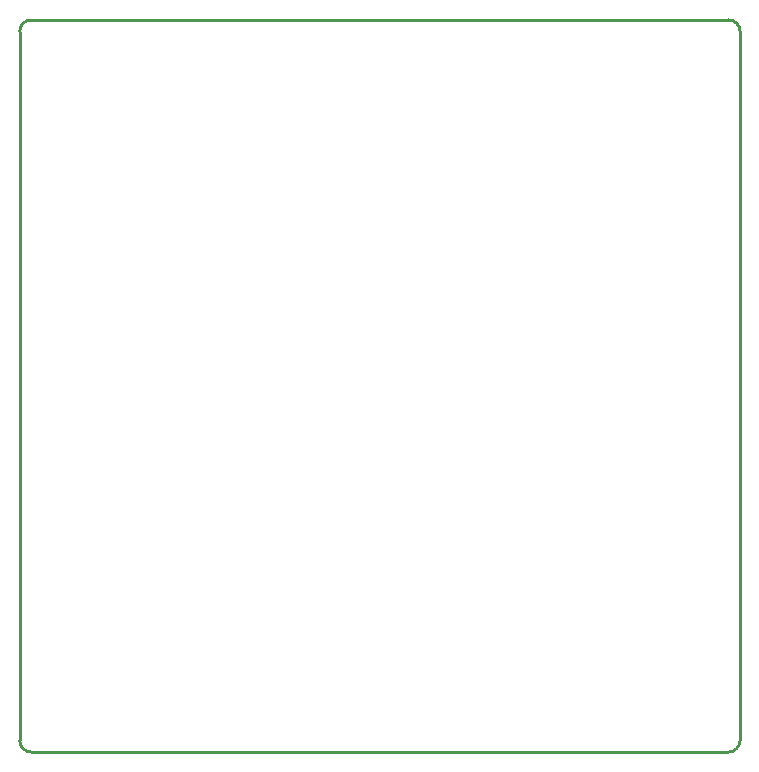
<source format=gko>
G04 Layer_Color=16711935*
%FSLAX44Y44*%
%MOMM*%
G71*
G01*
G75*
%ADD23C,0.2540*%
D23*
X10000Y630000D02*
G03*
X0Y620000I0J-10000D01*
G01*
X610000D02*
G03*
X600000Y630000I-10000J0D01*
G01*
X0Y20000D02*
G03*
X10000Y10000I10000J0D01*
G01*
X600000Y10000D02*
G03*
X610000Y20000I0J10000D01*
G01*
X10000Y630000D02*
X600000D01*
X0Y20000D02*
Y620000D01*
X610000Y20000D02*
Y620000D01*
X10000Y10000D02*
X600000D01*
M02*

</source>
